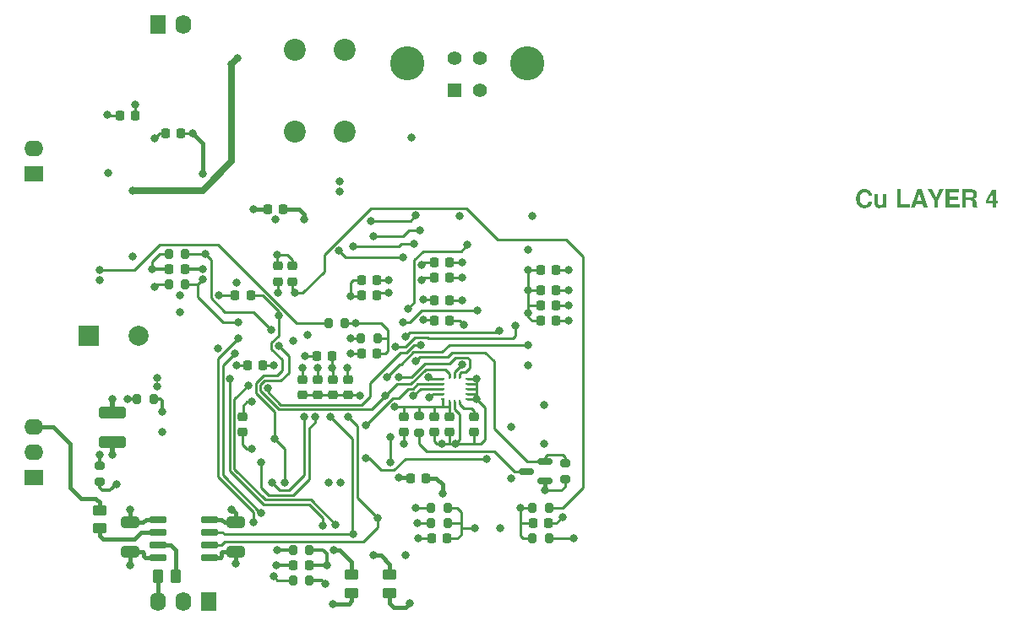
<source format=gbr>
%TF.GenerationSoftware,KiCad,Pcbnew,7.0.9-7.0.9~ubuntu22.04.1*%
%TF.CreationDate,2023-12-25T00:03:16-08:00*%
%TF.ProjectId,IMU-2X,494d552d-3258-42e6-9b69-6361645f7063,2*%
%TF.SameCoordinates,Original*%
%TF.FileFunction,Copper,L4,Bot*%
%TF.FilePolarity,Positive*%
%FSLAX46Y46*%
G04 Gerber Fmt 4.6, Leading zero omitted, Abs format (unit mm)*
G04 Created by KiCad (PCBNEW 7.0.9-7.0.9~ubuntu22.04.1) date 2023-12-25 00:03:16*
%MOMM*%
%LPD*%
G01*
G04 APERTURE LIST*
G04 Aperture macros list*
%AMRoundRect*
0 Rectangle with rounded corners*
0 $1 Rounding radius*
0 $2 $3 $4 $5 $6 $7 $8 $9 X,Y pos of 4 corners*
0 Add a 4 corners polygon primitive as box body*
4,1,4,$2,$3,$4,$5,$6,$7,$8,$9,$2,$3,0*
0 Add four circle primitives for the rounded corners*
1,1,$1+$1,$2,$3*
1,1,$1+$1,$4,$5*
1,1,$1+$1,$6,$7*
1,1,$1+$1,$8,$9*
0 Add four rect primitives between the rounded corners*
20,1,$1+$1,$2,$3,$4,$5,0*
20,1,$1+$1,$4,$5,$6,$7,0*
20,1,$1+$1,$6,$7,$8,$9,0*
20,1,$1+$1,$8,$9,$2,$3,0*%
G04 Aperture macros list end*
%ADD10C,0.300000*%
%TA.AperFunction,NonConductor*%
%ADD11C,0.300000*%
%TD*%
%TA.AperFunction,ComponentPad*%
%ADD12R,1.905000X1.600200*%
%TD*%
%TA.AperFunction,ComponentPad*%
%ADD13O,1.905000X1.600200*%
%TD*%
%TA.AperFunction,ComponentPad*%
%ADD14C,2.200000*%
%TD*%
%TA.AperFunction,ComponentPad*%
%ADD15R,1.600200X1.905000*%
%TD*%
%TA.AperFunction,ComponentPad*%
%ADD16O,1.600200X1.905000*%
%TD*%
%TA.AperFunction,ComponentPad*%
%ADD17R,1.400000X1.400000*%
%TD*%
%TA.AperFunction,ComponentPad*%
%ADD18C,1.400000*%
%TD*%
%TA.AperFunction,ComponentPad*%
%ADD19C,3.429000*%
%TD*%
%TA.AperFunction,ComponentPad*%
%ADD20R,2.000000X2.000000*%
%TD*%
%TA.AperFunction,ComponentPad*%
%ADD21C,2.000000*%
%TD*%
%TA.AperFunction,SMDPad,CuDef*%
%ADD22RoundRect,0.225000X-0.250000X0.225000X-0.250000X-0.225000X0.250000X-0.225000X0.250000X0.225000X0*%
%TD*%
%TA.AperFunction,SMDPad,CuDef*%
%ADD23RoundRect,0.225000X0.225000X0.250000X-0.225000X0.250000X-0.225000X-0.250000X0.225000X-0.250000X0*%
%TD*%
%TA.AperFunction,SMDPad,CuDef*%
%ADD24RoundRect,0.150000X0.725000X0.150000X-0.725000X0.150000X-0.725000X-0.150000X0.725000X-0.150000X0*%
%TD*%
%TA.AperFunction,SMDPad,CuDef*%
%ADD25RoundRect,0.250000X0.450000X-0.262500X0.450000X0.262500X-0.450000X0.262500X-0.450000X-0.262500X0*%
%TD*%
%TA.AperFunction,SMDPad,CuDef*%
%ADD26RoundRect,0.225000X-0.225000X-0.250000X0.225000X-0.250000X0.225000X0.250000X-0.225000X0.250000X0*%
%TD*%
%TA.AperFunction,SMDPad,CuDef*%
%ADD27RoundRect,0.250000X-0.650000X0.325000X-0.650000X-0.325000X0.650000X-0.325000X0.650000X0.325000X0*%
%TD*%
%TA.AperFunction,SMDPad,CuDef*%
%ADD28RoundRect,0.200000X0.200000X0.275000X-0.200000X0.275000X-0.200000X-0.275000X0.200000X-0.275000X0*%
%TD*%
%TA.AperFunction,SMDPad,CuDef*%
%ADD29RoundRect,0.200000X0.275000X-0.200000X0.275000X0.200000X-0.275000X0.200000X-0.275000X-0.200000X0*%
%TD*%
%TA.AperFunction,SMDPad,CuDef*%
%ADD30RoundRect,0.250000X-0.450000X0.262500X-0.450000X-0.262500X0.450000X-0.262500X0.450000X0.262500X0*%
%TD*%
%TA.AperFunction,SMDPad,CuDef*%
%ADD31RoundRect,0.200000X-0.200000X-0.275000X0.200000X-0.275000X0.200000X0.275000X-0.200000X0.275000X0*%
%TD*%
%TA.AperFunction,SMDPad,CuDef*%
%ADD32RoundRect,0.250000X-0.262500X-0.450000X0.262500X-0.450000X0.262500X0.450000X-0.262500X0.450000X0*%
%TD*%
%TA.AperFunction,SMDPad,CuDef*%
%ADD33RoundRect,0.225000X0.250000X-0.225000X0.250000X0.225000X-0.250000X0.225000X-0.250000X-0.225000X0*%
%TD*%
%TA.AperFunction,SMDPad,CuDef*%
%ADD34RoundRect,0.200000X-0.275000X0.200000X-0.275000X-0.200000X0.275000X-0.200000X0.275000X0.200000X0*%
%TD*%
%TA.AperFunction,SMDPad,CuDef*%
%ADD35RoundRect,0.150000X0.587500X0.150000X-0.587500X0.150000X-0.587500X-0.150000X0.587500X-0.150000X0*%
%TD*%
%TA.AperFunction,SMDPad,CuDef*%
%ADD36R,0.350000X0.250000*%
%TD*%
%TA.AperFunction,SMDPad,CuDef*%
%ADD37R,0.250000X0.350000*%
%TD*%
%TA.AperFunction,SMDPad,CuDef*%
%ADD38RoundRect,0.250000X-1.100000X0.325000X-1.100000X-0.325000X1.100000X-0.325000X1.100000X0.325000X0*%
%TD*%
%TA.AperFunction,ViaPad*%
%ADD39C,0.812800*%
%TD*%
%TA.AperFunction,Conductor*%
%ADD40C,0.254000*%
%TD*%
%TA.AperFunction,Conductor*%
%ADD41C,0.381000*%
%TD*%
%TA.AperFunction,Conductor*%
%ADD42C,0.304800*%
%TD*%
%TA.AperFunction,Conductor*%
%ADD43C,0.508000*%
%TD*%
%TA.AperFunction,Conductor*%
%ADD44C,0.635000*%
%TD*%
G04 APERTURE END LIST*
D10*
D11*
G36*
X214698400Y-90567224D02*
G01*
X214693760Y-90547053D01*
X214688631Y-90527521D01*
X214683015Y-90508630D01*
X214676911Y-90490380D01*
X214670320Y-90472770D01*
X214663240Y-90455800D01*
X214655673Y-90439471D01*
X214647619Y-90423781D01*
X214630046Y-90394324D01*
X214610523Y-90367429D01*
X214589049Y-90343095D01*
X214565624Y-90321322D01*
X214540249Y-90302111D01*
X214512922Y-90285462D01*
X214483645Y-90271374D01*
X214452417Y-90259847D01*
X214419238Y-90250882D01*
X214401917Y-90247360D01*
X214384109Y-90244478D01*
X214365813Y-90242237D01*
X214347028Y-90240636D01*
X214327757Y-90239675D01*
X214307997Y-90239355D01*
X214280532Y-90240020D01*
X214253830Y-90242015D01*
X214227891Y-90245340D01*
X214202716Y-90249995D01*
X214178303Y-90255979D01*
X214154655Y-90263294D01*
X214131769Y-90271938D01*
X214109647Y-90281913D01*
X214088289Y-90293217D01*
X214067693Y-90305852D01*
X214047861Y-90319816D01*
X214028793Y-90335110D01*
X214010488Y-90351734D01*
X213992946Y-90369689D01*
X213976167Y-90388973D01*
X213960152Y-90409586D01*
X213945007Y-90431330D01*
X213930839Y-90454112D01*
X213917648Y-90477932D01*
X213905435Y-90502790D01*
X213894198Y-90528687D01*
X213883939Y-90555621D01*
X213874656Y-90583594D01*
X213866351Y-90612605D01*
X213859023Y-90642654D01*
X213852672Y-90673741D01*
X213847298Y-90705866D01*
X213842901Y-90739030D01*
X213839481Y-90773232D01*
X213838137Y-90790722D01*
X213837038Y-90808471D01*
X213836183Y-90826481D01*
X213835573Y-90844749D01*
X213835206Y-90863278D01*
X213835084Y-90882065D01*
X213835202Y-90900557D01*
X213835557Y-90918795D01*
X213836149Y-90936778D01*
X213836977Y-90954506D01*
X213838042Y-90971980D01*
X213840882Y-91006165D01*
X213844668Y-91039332D01*
X213849401Y-91071481D01*
X213855080Y-91102612D01*
X213861706Y-91132726D01*
X213869279Y-91161821D01*
X213877798Y-91189899D01*
X213887263Y-91216959D01*
X213897675Y-91243001D01*
X213909034Y-91268026D01*
X213921339Y-91292033D01*
X213934591Y-91315021D01*
X213948790Y-91336992D01*
X213956244Y-91347596D01*
X213971818Y-91367895D01*
X213988142Y-91386884D01*
X214005215Y-91404563D01*
X214023039Y-91420933D01*
X214041612Y-91435993D01*
X214060935Y-91449743D01*
X214081008Y-91462184D01*
X214101831Y-91473316D01*
X214123403Y-91483137D01*
X214145725Y-91491650D01*
X214168797Y-91498852D01*
X214192619Y-91504745D01*
X214217190Y-91509329D01*
X214242512Y-91512603D01*
X214268583Y-91514567D01*
X214295404Y-91515222D01*
X214317007Y-91514851D01*
X214338063Y-91513736D01*
X214358574Y-91511879D01*
X214378538Y-91509278D01*
X214397956Y-91505935D01*
X214416828Y-91501848D01*
X214435154Y-91497019D01*
X214452933Y-91491446D01*
X214470166Y-91485131D01*
X214486853Y-91478072D01*
X214502994Y-91470271D01*
X214518588Y-91461726D01*
X214533636Y-91452439D01*
X214548138Y-91442408D01*
X214562094Y-91431635D01*
X214575504Y-91420118D01*
X214588299Y-91407918D01*
X214600413Y-91395094D01*
X214611845Y-91381645D01*
X214622594Y-91367572D01*
X214632662Y-91352875D01*
X214642048Y-91337554D01*
X214650752Y-91321608D01*
X214658774Y-91305038D01*
X214666114Y-91287844D01*
X214672772Y-91270026D01*
X214678748Y-91251583D01*
X214684043Y-91232516D01*
X214688655Y-91212825D01*
X214692585Y-91192510D01*
X214695834Y-91171570D01*
X214698400Y-91150006D01*
X215063616Y-91150006D01*
X215062316Y-91169422D01*
X215060639Y-91188586D01*
X215058587Y-91207498D01*
X215056159Y-91226158D01*
X215053356Y-91244567D01*
X215050176Y-91262723D01*
X215046621Y-91280628D01*
X215042690Y-91298280D01*
X215038384Y-91315681D01*
X215033701Y-91332830D01*
X215028643Y-91349726D01*
X215023209Y-91366371D01*
X215017400Y-91382764D01*
X215004654Y-91414795D01*
X214990404Y-91445817D01*
X214974652Y-91475833D01*
X214957397Y-91504840D01*
X214938639Y-91532840D01*
X214918378Y-91559832D01*
X214896613Y-91585817D01*
X214873346Y-91610794D01*
X214848576Y-91634763D01*
X214835628Y-91646370D01*
X214822391Y-91657671D01*
X214808899Y-91668614D01*
X214781148Y-91689423D01*
X214752376Y-91708797D01*
X214737608Y-91717946D01*
X214722584Y-91726736D01*
X214707304Y-91735167D01*
X214691769Y-91743239D01*
X214675979Y-91750953D01*
X214659934Y-91758308D01*
X214643634Y-91765304D01*
X214627078Y-91771942D01*
X214610267Y-91778220D01*
X214593200Y-91784140D01*
X214575878Y-91789701D01*
X214558301Y-91794903D01*
X214540469Y-91799747D01*
X214522381Y-91804231D01*
X214504038Y-91808357D01*
X214485440Y-91812124D01*
X214466586Y-91815533D01*
X214447477Y-91818582D01*
X214428113Y-91821273D01*
X214408494Y-91823605D01*
X214388619Y-91825579D01*
X214368489Y-91827193D01*
X214348104Y-91828449D01*
X214327463Y-91829346D01*
X214306567Y-91829884D01*
X214285416Y-91830063D01*
X214261820Y-91829813D01*
X214238532Y-91829062D01*
X214215551Y-91827811D01*
X214192877Y-91826060D01*
X214170510Y-91823808D01*
X214148450Y-91821056D01*
X214126696Y-91817803D01*
X214105250Y-91814050D01*
X214084111Y-91809796D01*
X214063280Y-91805042D01*
X214042755Y-91799788D01*
X214022537Y-91794033D01*
X214002626Y-91787778D01*
X213983022Y-91781022D01*
X213963725Y-91773766D01*
X213944736Y-91766009D01*
X213926053Y-91757752D01*
X213907677Y-91748995D01*
X213889609Y-91739737D01*
X213871847Y-91729979D01*
X213854393Y-91719720D01*
X213837245Y-91708961D01*
X213820405Y-91697702D01*
X213803871Y-91685942D01*
X213787645Y-91673682D01*
X213771726Y-91660921D01*
X213756113Y-91647660D01*
X213740808Y-91633898D01*
X213725810Y-91619636D01*
X213711119Y-91604874D01*
X213696735Y-91589611D01*
X213682657Y-91573848D01*
X213668951Y-91557654D01*
X213655681Y-91541101D01*
X213642845Y-91524189D01*
X213630444Y-91506917D01*
X213618478Y-91489285D01*
X213606948Y-91471294D01*
X213595853Y-91452943D01*
X213585192Y-91434232D01*
X213574967Y-91415162D01*
X213565177Y-91395732D01*
X213555822Y-91375942D01*
X213546903Y-91355793D01*
X213538418Y-91335284D01*
X213530368Y-91314416D01*
X213522754Y-91293188D01*
X213515575Y-91271600D01*
X213508830Y-91249653D01*
X213502521Y-91227346D01*
X213496647Y-91204679D01*
X213491208Y-91181653D01*
X213486204Y-91158267D01*
X213481636Y-91134522D01*
X213477502Y-91110417D01*
X213473804Y-91085952D01*
X213470540Y-91061128D01*
X213467712Y-91035944D01*
X213465319Y-91010401D01*
X213463361Y-90984497D01*
X213461838Y-90958235D01*
X213460750Y-90931612D01*
X213460098Y-90904630D01*
X213459880Y-90877289D01*
X213460100Y-90849785D01*
X213460759Y-90822644D01*
X213461857Y-90795865D01*
X213463395Y-90769449D01*
X213465372Y-90743394D01*
X213467789Y-90717702D01*
X213470644Y-90692372D01*
X213473939Y-90667403D01*
X213477674Y-90642798D01*
X213481848Y-90618554D01*
X213486461Y-90594672D01*
X213491514Y-90571153D01*
X213497005Y-90547996D01*
X213502937Y-90525201D01*
X213509307Y-90502768D01*
X213516117Y-90480697D01*
X213523367Y-90458989D01*
X213531055Y-90437642D01*
X213539183Y-90416658D01*
X213547751Y-90396036D01*
X213556757Y-90375776D01*
X213566204Y-90355879D01*
X213576089Y-90336343D01*
X213586414Y-90317170D01*
X213597178Y-90298359D01*
X213608381Y-90279910D01*
X213620024Y-90261823D01*
X213632106Y-90244098D01*
X213644628Y-90226736D01*
X213657589Y-90209735D01*
X213670989Y-90193097D01*
X213684829Y-90176821D01*
X213699071Y-90160978D01*
X213713626Y-90145637D01*
X213728493Y-90130800D01*
X213743672Y-90116465D01*
X213759163Y-90102634D01*
X213774966Y-90089305D01*
X213791081Y-90076479D01*
X213807508Y-90064157D01*
X213824248Y-90052337D01*
X213841299Y-90041020D01*
X213858663Y-90030207D01*
X213876339Y-90019896D01*
X213894327Y-90010088D01*
X213912627Y-90000783D01*
X213931240Y-89991981D01*
X213950164Y-89983682D01*
X213969401Y-89975886D01*
X213988949Y-89968593D01*
X214008810Y-89961803D01*
X214028983Y-89955516D01*
X214049468Y-89949732D01*
X214070265Y-89944451D01*
X214091374Y-89939673D01*
X214112796Y-89935398D01*
X214134529Y-89931625D01*
X214156575Y-89928356D01*
X214178933Y-89925590D01*
X214201603Y-89923326D01*
X214224585Y-89921566D01*
X214247879Y-89920309D01*
X214271485Y-89919554D01*
X214295404Y-89919303D01*
X214315456Y-89919471D01*
X214335281Y-89919978D01*
X214354879Y-89920822D01*
X214374250Y-89922003D01*
X214393393Y-89923522D01*
X214412309Y-89925379D01*
X214430997Y-89927573D01*
X214449459Y-89930105D01*
X214467693Y-89932974D01*
X214485699Y-89936181D01*
X214503479Y-89939726D01*
X214521031Y-89943608D01*
X214538356Y-89947828D01*
X214555453Y-89952385D01*
X214572323Y-89957280D01*
X214588966Y-89962512D01*
X214621570Y-89973989D01*
X214653264Y-89986817D01*
X214684049Y-90000995D01*
X214713925Y-90016523D01*
X214742892Y-90033402D01*
X214770950Y-90051631D01*
X214798098Y-90071210D01*
X214824337Y-90092140D01*
X214849465Y-90114199D01*
X214873171Y-90137276D01*
X214895456Y-90161371D01*
X214916319Y-90186483D01*
X214935761Y-90212614D01*
X214953782Y-90239762D01*
X214970380Y-90267928D01*
X214985557Y-90297112D01*
X214999313Y-90327314D01*
X215011647Y-90358533D01*
X215022560Y-90390771D01*
X215032051Y-90424026D01*
X215036263Y-90441035D01*
X215040120Y-90458299D01*
X215043622Y-90475817D01*
X215046768Y-90493589D01*
X215049559Y-90511616D01*
X215051995Y-90529898D01*
X215054075Y-90548434D01*
X215055800Y-90567224D01*
X214698400Y-90567224D01*
G37*
G36*
X216524914Y-91772741D02*
G01*
X216174897Y-91772741D01*
X216174897Y-91612497D01*
X216156317Y-91638843D01*
X216136838Y-91663489D01*
X216116460Y-91686436D01*
X216095183Y-91707682D01*
X216073007Y-91727229D01*
X216049931Y-91745077D01*
X216025957Y-91761224D01*
X216001083Y-91775672D01*
X215975311Y-91788420D01*
X215948639Y-91799468D01*
X215921068Y-91808817D01*
X215892599Y-91816465D01*
X215863230Y-91822415D01*
X215832962Y-91826664D01*
X215801795Y-91829213D01*
X215769729Y-91830063D01*
X215743234Y-91829585D01*
X215717489Y-91828150D01*
X215692493Y-91825758D01*
X215668247Y-91822409D01*
X215644751Y-91818104D01*
X215622005Y-91812842D01*
X215600008Y-91806623D01*
X215578762Y-91799448D01*
X215558265Y-91791315D01*
X215538518Y-91782226D01*
X215519520Y-91772181D01*
X215501273Y-91761178D01*
X215483775Y-91749219D01*
X215467027Y-91736303D01*
X215451029Y-91722430D01*
X215435780Y-91707601D01*
X215421372Y-91691901D01*
X215407893Y-91675418D01*
X215395343Y-91658151D01*
X215383723Y-91640100D01*
X215373033Y-91621266D01*
X215363272Y-91601647D01*
X215354441Y-91581245D01*
X215346539Y-91560060D01*
X215339567Y-91538090D01*
X215333525Y-91515337D01*
X215328412Y-91491801D01*
X215324229Y-91467480D01*
X215320975Y-91442376D01*
X215318651Y-91416488D01*
X215317257Y-91389817D01*
X215316792Y-91362361D01*
X215316792Y-90422180D01*
X215667243Y-90422180D01*
X215667243Y-91289839D01*
X215668122Y-91319235D01*
X215670758Y-91346735D01*
X215675151Y-91372337D01*
X215681302Y-91396044D01*
X215689211Y-91417854D01*
X215698876Y-91437767D01*
X215710300Y-91455784D01*
X215723480Y-91471904D01*
X215738418Y-91486128D01*
X215755114Y-91498455D01*
X215773566Y-91508886D01*
X215793777Y-91517421D01*
X215815744Y-91524058D01*
X215839469Y-91528800D01*
X215864952Y-91531644D01*
X215892192Y-91532593D01*
X215915688Y-91531955D01*
X215938298Y-91530043D01*
X215960023Y-91526856D01*
X215980863Y-91522394D01*
X216000817Y-91516658D01*
X216019886Y-91509646D01*
X216038069Y-91501360D01*
X216055366Y-91491799D01*
X216071778Y-91480963D01*
X216087305Y-91468853D01*
X216097164Y-91460071D01*
X216111056Y-91446053D01*
X216123581Y-91431195D01*
X216134740Y-91415498D01*
X216144533Y-91398962D01*
X216152959Y-91381585D01*
X216160019Y-91363369D01*
X216165712Y-91344313D01*
X216170039Y-91324417D01*
X216173000Y-91303682D01*
X216174594Y-91282107D01*
X216174897Y-91267257D01*
X216174897Y-90422180D01*
X216524914Y-90422180D01*
X216524914Y-91772741D01*
G37*
G36*
X217946259Y-89949267D02*
G01*
X217946259Y-91460071D01*
X218819130Y-91460071D01*
X218819130Y-91772741D01*
X217571055Y-91772741D01*
X217571055Y-89949267D01*
X217946259Y-89949267D01*
G37*
G36*
X220630009Y-91772741D02*
G01*
X220244818Y-91772741D01*
X220124961Y-91404919D01*
X219441864Y-91404919D01*
X219319401Y-91772741D01*
X218936815Y-91772741D01*
X219178447Y-91092249D01*
X219546956Y-91092249D01*
X220022040Y-91092249D01*
X219784498Y-90379622D01*
X219546956Y-91092249D01*
X219178447Y-91092249D01*
X219584302Y-89949267D01*
X219999893Y-89949267D01*
X220630009Y-91772741D01*
G37*
G36*
X221650964Y-91097460D02*
G01*
X221650964Y-91772741D01*
X221275760Y-91772741D01*
X221275760Y-91097460D01*
X220670396Y-89949267D01*
X221088158Y-89949267D01*
X221460756Y-90754826D01*
X221808167Y-89949267D01*
X222228534Y-89949267D01*
X221650964Y-91097460D01*
G37*
G36*
X222820436Y-90987157D02*
G01*
X222820436Y-91460071D01*
X223808386Y-91460071D01*
X223808386Y-91772741D01*
X222445232Y-91772741D01*
X222445232Y-89949267D01*
X223763223Y-89949267D01*
X223763223Y-90261937D01*
X222820436Y-90261937D01*
X222820436Y-90674487D01*
X223693306Y-90674487D01*
X223693306Y-90987157D01*
X222820436Y-90987157D01*
G37*
G36*
X225095988Y-89949453D02*
G01*
X225121487Y-89950433D01*
X225146299Y-89952252D01*
X225170423Y-89954911D01*
X225193861Y-89958410D01*
X225216611Y-89962749D01*
X225238675Y-89967927D01*
X225260051Y-89973944D01*
X225280740Y-89980802D01*
X225300743Y-89988499D01*
X225320058Y-89997036D01*
X225338591Y-90006178D01*
X225356246Y-90015855D01*
X225373024Y-90026066D01*
X225388923Y-90036812D01*
X225403945Y-90048092D01*
X225418088Y-90059906D01*
X225431354Y-90072254D01*
X225443742Y-90085137D01*
X225455252Y-90098554D01*
X225465884Y-90112506D01*
X225472485Y-90122104D01*
X225484848Y-90141456D01*
X225496315Y-90160862D01*
X225506887Y-90180322D01*
X225516563Y-90199837D01*
X225525343Y-90219406D01*
X225533228Y-90239029D01*
X225540216Y-90258707D01*
X225546310Y-90278439D01*
X225551602Y-90298191D01*
X225556189Y-90318147D01*
X225560070Y-90338306D01*
X225563246Y-90358669D01*
X225565716Y-90379236D01*
X225567480Y-90400006D01*
X225568539Y-90420979D01*
X225568891Y-90442156D01*
X225568591Y-90462579D01*
X225567689Y-90482590D01*
X225566185Y-90502192D01*
X225564081Y-90521382D01*
X225561375Y-90540162D01*
X225558067Y-90558532D01*
X225554158Y-90576491D01*
X225549648Y-90594040D01*
X225544537Y-90611178D01*
X225538824Y-90627906D01*
X225532510Y-90644223D01*
X225518077Y-90675626D01*
X225501239Y-90705386D01*
X225481996Y-90733505D01*
X225460347Y-90759981D01*
X225436293Y-90784816D01*
X225423364Y-90796617D01*
X225409833Y-90808008D01*
X225395702Y-90818989D01*
X225380968Y-90829559D01*
X225365634Y-90839718D01*
X225349698Y-90849467D01*
X225333161Y-90858805D01*
X225316022Y-90867733D01*
X225298282Y-90876250D01*
X225279941Y-90884357D01*
X225260998Y-90892054D01*
X225277385Y-90898825D01*
X225296323Y-90906794D01*
X225313543Y-90914211D01*
X225331940Y-90922384D01*
X225347863Y-90929763D01*
X225361313Y-90936348D01*
X225377653Y-90945739D01*
X225392038Y-90956183D01*
X225406507Y-90968704D01*
X225418975Y-90981091D01*
X225427321Y-90990197D01*
X225439230Y-91003943D01*
X225451116Y-91019323D01*
X225460841Y-91033997D01*
X225469309Y-91049902D01*
X225472485Y-91057508D01*
X225478130Y-91075611D01*
X225482364Y-91093286D01*
X225485893Y-91110696D01*
X225489421Y-91130546D01*
X225492244Y-91148181D01*
X225495067Y-91167377D01*
X225497747Y-91187319D01*
X225500142Y-91207193D01*
X225502252Y-91227000D01*
X225504078Y-91246738D01*
X225505618Y-91266409D01*
X225506873Y-91286012D01*
X225507843Y-91305547D01*
X225508529Y-91325015D01*
X225509180Y-91345615D01*
X225509832Y-91368549D01*
X225510320Y-91387282D01*
X225510809Y-91407328D01*
X225511297Y-91428687D01*
X225511786Y-91451358D01*
X225512274Y-91475343D01*
X225512763Y-91500640D01*
X225513089Y-91518235D01*
X225513414Y-91536413D01*
X225513740Y-91555174D01*
X225514446Y-91574349D01*
X225516564Y-91592462D01*
X225520095Y-91609514D01*
X225526999Y-91630599D01*
X225536414Y-91649798D01*
X225548339Y-91667111D01*
X225562775Y-91682538D01*
X225579721Y-91696078D01*
X225594079Y-91704995D01*
X225594079Y-91772741D01*
X225191082Y-91772741D01*
X225182763Y-91756537D01*
X225175177Y-91740496D01*
X225166725Y-91720675D01*
X225159418Y-91701107D01*
X225153256Y-91681794D01*
X225148239Y-91662736D01*
X225145050Y-91647673D01*
X225141797Y-91627291D01*
X225139592Y-91608604D01*
X225137740Y-91587800D01*
X225136240Y-91564879D01*
X225135347Y-91546299D01*
X225134652Y-91526528D01*
X225134156Y-91505566D01*
X225133858Y-91483414D01*
X225133759Y-91460071D01*
X225133793Y-91441798D01*
X225133931Y-91420388D01*
X225134175Y-91400568D01*
X225134525Y-91382339D01*
X225135084Y-91362563D01*
X225135797Y-91345077D01*
X225135930Y-91342385D01*
X225136946Y-91324244D01*
X225137801Y-91304682D01*
X225138330Y-91286368D01*
X225138536Y-91267257D01*
X225138051Y-91246319D01*
X225136597Y-91226494D01*
X225134173Y-91207785D01*
X225130780Y-91190189D01*
X225124748Y-91168462D01*
X225116993Y-91148717D01*
X225107513Y-91130953D01*
X225096311Y-91115170D01*
X225083385Y-91101369D01*
X225068647Y-91089257D01*
X225051792Y-91078760D01*
X225032820Y-91069878D01*
X225011731Y-91062611D01*
X224994525Y-91058220D01*
X224976128Y-91054738D01*
X224956541Y-91052164D01*
X224935762Y-91050499D01*
X224913793Y-91049742D01*
X224906205Y-91049691D01*
X224475850Y-91049691D01*
X224475850Y-91772741D01*
X224100646Y-91772741D01*
X224100646Y-90261937D01*
X224475850Y-90261937D01*
X224475850Y-90737021D01*
X224928352Y-90737021D01*
X224952680Y-90736605D01*
X224975833Y-90735357D01*
X224997810Y-90733277D01*
X225018611Y-90730365D01*
X225038237Y-90726621D01*
X225056688Y-90722044D01*
X225073962Y-90716636D01*
X225095167Y-90708131D01*
X225114281Y-90698146D01*
X225127245Y-90689687D01*
X225142818Y-90676191D01*
X225156314Y-90659587D01*
X225167734Y-90639875D01*
X225174936Y-90623052D01*
X225180970Y-90604481D01*
X225185836Y-90584162D01*
X225189535Y-90562094D01*
X225192065Y-90538279D01*
X225193428Y-90512716D01*
X225193688Y-90494702D01*
X225193115Y-90469230D01*
X225191398Y-90445415D01*
X225188535Y-90423256D01*
X225184527Y-90402754D01*
X225179375Y-90383908D01*
X225173077Y-90366718D01*
X225162899Y-90346376D01*
X225150685Y-90328978D01*
X225136436Y-90314525D01*
X225128548Y-90308403D01*
X225111171Y-90297513D01*
X225091608Y-90288074D01*
X225069861Y-90280088D01*
X225052117Y-90275051D01*
X225033144Y-90270831D01*
X225012942Y-90267427D01*
X224991511Y-90264841D01*
X224968850Y-90263071D01*
X224944961Y-90262118D01*
X224928352Y-90261937D01*
X224475850Y-90261937D01*
X224100646Y-90261937D01*
X224100646Y-89949267D01*
X225078608Y-89949267D01*
X225095988Y-89949453D01*
G37*
G36*
X227508314Y-91090078D02*
G01*
X227693744Y-91090078D01*
X227693744Y-91380166D01*
X227508314Y-91380166D01*
X227508314Y-91772741D01*
X227158297Y-91772741D01*
X227158297Y-91380166D01*
X226447841Y-91380166D01*
X226447841Y-91090078D01*
X226695372Y-91090078D01*
X227158297Y-91090078D01*
X227158297Y-90331853D01*
X226695372Y-91090078D01*
X226447841Y-91090078D01*
X226447841Y-91084867D01*
X227095763Y-89999207D01*
X227508314Y-89999207D01*
X227508314Y-91090078D01*
G37*
D12*
%TO.P,J5,1,Pin_1*%
%TO.N,GND2*%
X131064000Y-118872000D03*
D13*
%TO.P,J5,2,Pin_2*%
%TO.N,/PWM-Heading/5V_RATE*%
X131064000Y-116332000D03*
%TO.P,J5,3,Pin_3*%
%TO.N,Net-(J5-Pin_3)*%
X131064000Y-113792000D03*
%TD*%
D14*
%TO.P,J2,1,Pin_1*%
%TO.N,/V_{BAT}*%
X162178500Y-75910500D03*
%TO.P,J2,2,Pin_2*%
%TO.N,GND*%
X157178500Y-75910500D03*
%TO.P,J2,3,Pin_3*%
%TO.N,/V_{BAT}*%
X162178500Y-84110500D03*
%TO.P,J2,4,Pin_4*%
%TO.N,GND*%
X157178500Y-84110500D03*
%TD*%
D15*
%TO.P,J7,1,Pin_1*%
%TO.N,GND2*%
X148590000Y-131318000D03*
D16*
%TO.P,J7,2,Pin_2*%
%TO.N,/PWM-Heading/5V_HDG*%
X146050000Y-131318000D03*
%TO.P,J7,3,Pin_3*%
%TO.N,Net-(J7-Pin_3)*%
X143510000Y-131318000D03*
%TD*%
D15*
%TO.P,J1,1,Pin_1*%
%TO.N,/CAN_L*%
X143510000Y-73406000D03*
D16*
%TO.P,J1,2,Pin_2*%
%TO.N,/CAN_H*%
X146050000Y-73406000D03*
%TD*%
D17*
%TO.P,J3,1,VBUS*%
%TO.N,Net-(J3-VBUS)*%
X173228000Y-80010000D03*
D18*
%TO.P,J3,2,D-*%
%TO.N,/USB_D-*%
X175728000Y-80010000D03*
%TO.P,J3,3,D+*%
%TO.N,/USB_D+*%
X175728000Y-76810000D03*
%TO.P,J3,4,GND*%
%TO.N,GND*%
X173228000Y-76810000D03*
D19*
%TO.P,J3,5,Shield*%
X180498000Y-77300000D03*
X168458000Y-77300000D03*
%TD*%
D12*
%TO.P,J4,1,Pin_1*%
%TO.N,/CAN_L*%
X131064000Y-88392000D03*
D13*
%TO.P,J4,2,Pin_2*%
%TO.N,/CAN_H*%
X131064000Y-85852000D03*
%TD*%
D20*
%TO.P,C5,1*%
%TO.N,/Power Supply/V_{BAT_MON}*%
X136570323Y-104648000D03*
D21*
%TO.P,C5,2*%
%TO.N,GND*%
X141570323Y-104648000D03*
%TD*%
D22*
%TO.P,C32,1*%
%TO.N,Net-(U7-VREF+{slash}VREFBUF_OUT)*%
X157937200Y-109029200D03*
%TO.P,C32,2*%
%TO.N,GND*%
X157937200Y-110579200D03*
%TD*%
D23*
%TO.P,C10,1*%
%TO.N,+5V*%
X145809000Y-84328000D03*
%TO.P,C10,2*%
%TO.N,GND*%
X144259000Y-84328000D03*
%TD*%
%TO.P,C23,1*%
%TO.N,+3V3*%
X183401000Y-101600000D03*
%TO.P,C23,2*%
%TO.N,GND*%
X181851000Y-101600000D03*
%TD*%
D24*
%TO.P,U13,1,VDD1*%
%TO.N,+3V3*%
X148625000Y-123063000D03*
%TO.P,U13,2*%
%TO.N,/PWM_RATE*%
X148625000Y-124333000D03*
%TO.P,U13,3*%
%TO.N,/PWM_HEADING*%
X148625000Y-125603000D03*
%TO.P,U13,4,GND1*%
%TO.N,GND*%
X148625000Y-126873000D03*
%TO.P,U13,5,GND2*%
%TO.N,GND2*%
X143475000Y-126873000D03*
%TO.P,U13,6*%
%TO.N,Net-(R23-Pad2)*%
X143475000Y-125603000D03*
%TO.P,U13,7*%
%TO.N,Net-(R19-Pad2)*%
X143475000Y-124333000D03*
%TO.P,U13,8,VDD2*%
%TO.N,/PWM-Heading/5V_ISO*%
X143475000Y-123063000D03*
%TD*%
D25*
%TO.P,R25,1*%
%TO.N,Net-(D7-KA)*%
X166725600Y-130452500D03*
%TO.P,R25,2*%
%TO.N,+3V3*%
X166725600Y-128627500D03*
%TD*%
D23*
%TO.P,C24,1*%
%TO.N,+3V3*%
X183401000Y-103124000D03*
%TO.P,C24,2*%
%TO.N,GND*%
X181851000Y-103124000D03*
%TD*%
%TO.P,C27,1*%
%TO.N,+3V3*%
X160947400Y-106680000D03*
%TO.P,C27,2*%
%TO.N,GND*%
X159397400Y-106680000D03*
%TD*%
%TO.P,C21,1*%
%TO.N,/~{T_NRST}*%
X152794000Y-100584000D03*
%TO.P,C21,2*%
%TO.N,GND*%
X151244000Y-100584000D03*
%TD*%
D26*
%TO.P,C17,1*%
%TO.N,+3V3*%
X171183000Y-98806000D03*
%TO.P,C17,2*%
%TO.N,GND*%
X172733000Y-98806000D03*
%TD*%
%TO.P,C18,1*%
%TO.N,+3V3*%
X163918600Y-99085400D03*
%TO.P,C18,2*%
%TO.N,GND*%
X165468600Y-99085400D03*
%TD*%
D27*
%TO.P,C41,1*%
%TO.N,+3V3*%
X151257000Y-123366000D03*
%TO.P,C41,2*%
%TO.N,GND*%
X151257000Y-126316000D03*
%TD*%
D28*
%TO.P,R12,1*%
%TO.N,Net-(U7-PA8{slash}ADC5_IN1)*%
X165493200Y-104902000D03*
%TO.P,R12,2*%
%TO.N,GND*%
X163843200Y-104902000D03*
%TD*%
D29*
%TO.P,R16,1*%
%TO.N,GND*%
X137668000Y-119316000D03*
%TO.P,R16,2*%
%TO.N,Net-(U9-EN)*%
X137668000Y-117666000D03*
%TD*%
D28*
%TO.P,R18,1*%
%TO.N,Net-(C43-Pad1)*%
X172529000Y-121920000D03*
%TO.P,R18,2*%
%TO.N,/~{T_NRST}*%
X170879000Y-121920000D03*
%TD*%
D22*
%TO.P,C37,1*%
%TO.N,+3V3*%
X151990000Y-112745000D03*
%TO.P,C37,2*%
%TO.N,GND*%
X151990000Y-114295000D03*
%TD*%
D26*
%TO.P,C9,1*%
%TO.N,+3V3*%
X139687000Y-82550000D03*
%TO.P,C9,2*%
%TO.N,GND*%
X141237000Y-82550000D03*
%TD*%
D25*
%TO.P,R26,1*%
%TO.N,Net-(D6-KA)*%
X162915600Y-130452500D03*
%TO.P,R26,2*%
%TO.N,Net-(R26-Pad2)*%
X162915600Y-128627500D03*
%TD*%
D30*
%TO.P,R19,1*%
%TO.N,Net-(J5-Pin_3)*%
X137668000Y-122125100D03*
%TO.P,R19,2*%
%TO.N,Net-(R19-Pad2)*%
X137668000Y-123950100D03*
%TD*%
D26*
%TO.P,C12,1*%
%TO.N,+3V3*%
X171183000Y-97282000D03*
%TO.P,C12,2*%
%TO.N,GND*%
X172733000Y-97282000D03*
%TD*%
D23*
%TO.P,C40,1*%
%TO.N,+3V3*%
X182639000Y-123444000D03*
%TO.P,C40,2*%
%TO.N,Net-(C40-Pad2)*%
X181089000Y-123444000D03*
%TD*%
D26*
%TO.P,C13,1*%
%TO.N,+3V3*%
X144640000Y-97917000D03*
%TO.P,C13,2*%
%TO.N,GND*%
X146190000Y-97917000D03*
%TD*%
D22*
%TO.P,C34,1*%
%TO.N,Net-(U10-VCCB)*%
X172720000Y-112763000D03*
%TO.P,C34,2*%
%TO.N,GND*%
X172720000Y-114313000D03*
%TD*%
D31*
%TO.P,R9,1*%
%TO.N,+3V3*%
X144590000Y-96393000D03*
%TO.P,R9,2*%
%TO.N,/LED1_RED*%
X146240000Y-96393000D03*
%TD*%
D32*
%TO.P,R23,1*%
%TO.N,Net-(J7-Pin_3)*%
X143486500Y-128778000D03*
%TO.P,R23,2*%
%TO.N,Net-(R23-Pad2)*%
X145311500Y-128778000D03*
%TD*%
D33*
%TO.P,C16,1*%
%TO.N,+3V3*%
X155498800Y-99200000D03*
%TO.P,C16,2*%
%TO.N,GND*%
X155498800Y-97650000D03*
%TD*%
D28*
%TO.P,R13,1*%
%TO.N,GND*%
X143065000Y-110998000D03*
%TO.P,R13,2*%
%TO.N,Net-(U9-FB)*%
X141415000Y-110998000D03*
%TD*%
D22*
%TO.P,C35,1*%
%TO.N,Net-(U10-VCCB)*%
X171196000Y-112763000D03*
%TO.P,C35,2*%
%TO.N,GND*%
X171196000Y-114313000D03*
%TD*%
D27*
%TO.P,C42,1*%
%TO.N,/PWM-Heading/5V_ISO*%
X140716000Y-123366000D03*
%TO.P,C42,2*%
%TO.N,GND2*%
X140716000Y-126316000D03*
%TD*%
D29*
%TO.P,R15,1*%
%TO.N,+3V3*%
X184277000Y-119062000D03*
%TO.P,R15,2*%
%TO.N,/TDK_PWR_EN*%
X184277000Y-117412000D03*
%TD*%
D31*
%TO.P,R24,1*%
%TO.N,/LED2_GRN*%
X157036000Y-129159000D03*
%TO.P,R24,2*%
%TO.N,GND*%
X158686000Y-129159000D03*
%TD*%
D34*
%TO.P,R14,1*%
%TO.N,Net-(U10-VCCB)*%
X169672000Y-112713000D03*
%TO.P,R14,2*%
%TO.N,Net-(Q1-D)*%
X169672000Y-114363000D03*
%TD*%
D22*
%TO.P,C33,1*%
%TO.N,Net-(U12-REGOUT)*%
X175133000Y-112763000D03*
%TO.P,C33,2*%
%TO.N,GND*%
X175133000Y-114313000D03*
%TD*%
D35*
%TO.P,Q1,1,G*%
%TO.N,/TDK_PWR_EN*%
X182293500Y-117287000D03*
%TO.P,Q1,2,S*%
%TO.N,+3V3*%
X182293500Y-119187000D03*
%TO.P,Q1,3,D*%
%TO.N,Net-(Q1-D)*%
X180418500Y-118237000D03*
%TD*%
D22*
%TO.P,C29,1*%
%TO.N,+3V3*%
X162509200Y-109029200D03*
%TO.P,C29,2*%
%TO.N,GND*%
X162509200Y-110579200D03*
%TD*%
D23*
%TO.P,C44,1*%
%TO.N,+3V3*%
X158636000Y-127635000D03*
%TO.P,C44,2*%
%TO.N,GND*%
X157086000Y-127635000D03*
%TD*%
%TO.P,C26,1*%
%TO.N,Net-(U7-PA8{slash}ADC5_IN1)*%
X165443200Y-106426000D03*
%TO.P,C26,2*%
%TO.N,GND*%
X163893200Y-106426000D03*
%TD*%
%TO.P,C28,1*%
%TO.N,+3V3*%
X154038600Y-107619800D03*
%TO.P,C28,2*%
%TO.N,GND*%
X152488600Y-107619800D03*
%TD*%
%TO.P,C19,1*%
%TO.N,Net-(U5-VDDD-UNO)*%
X183401000Y-100076000D03*
%TO.P,C19,2*%
%TO.N,GND*%
X181851000Y-100076000D03*
%TD*%
D26*
%TO.P,C39,1*%
%TO.N,+3V3*%
X168785000Y-118940000D03*
%TO.P,C39,2*%
%TO.N,GND*%
X170335000Y-118940000D03*
%TD*%
D28*
%TO.P,R20,1*%
%TO.N,Net-(C43-Pad1)*%
X172529000Y-123444000D03*
%TO.P,R20,2*%
%TO.N,+3V3*%
X170879000Y-123444000D03*
%TD*%
D31*
%TO.P,R21,1*%
%TO.N,Net-(C40-Pad2)*%
X181039000Y-124968000D03*
%TO.P,R21,2*%
%TO.N,GND*%
X182689000Y-124968000D03*
%TD*%
D28*
%TO.P,R22,1*%
%TO.N,+3V3*%
X158686000Y-126111000D03*
%TO.P,R22,2*%
%TO.N,/LED2_RED*%
X157036000Y-126111000D03*
%TD*%
D36*
%TO.P,U12,1,VDDIO*%
%TO.N,Net-(U10-VCCB)*%
X172003000Y-110982000D03*
%TO.P,U12,2,SCL/SPC*%
%TO.N,/SCK_TDK*%
X172003000Y-110482000D03*
%TO.P,U12,3,SDA/SDI*%
%TO.N,/MOSI_TDK*%
X172003000Y-109982000D03*
%TO.P,U12,4,SA0/SDO*%
%TO.N,/MISO_TDK*%
X172003000Y-109482000D03*
%TO.P,U12,5,~{CS}*%
%TO.N,/~{CS_TDK}*%
X172003000Y-108982000D03*
D37*
%TO.P,U12,6,INT*%
%TO.N,/INT_TDK*%
X172728000Y-108757000D03*
%TO.P,U12,7,RESV*%
%TO.N,GND*%
X173228000Y-108757000D03*
%TO.P,U12,8,FSYNC*%
%TO.N,/FSYNC_TDK*%
X173728000Y-108757000D03*
D36*
%TO.P,U12,9,RESV*%
%TO.N,GND*%
X174453000Y-108982000D03*
%TO.P,U12,10,RESV*%
X174453000Y-109482000D03*
%TO.P,U12,11,RESV*%
X174453000Y-109982000D03*
%TO.P,U12,12,RESV*%
X174453000Y-110482000D03*
%TO.P,U12,13,GND*%
X174453000Y-110982000D03*
D37*
%TO.P,U12,14,REGOUT*%
%TO.N,Net-(U12-REGOUT)*%
X173728000Y-111207000D03*
%TO.P,U12,15,RESV*%
%TO.N,GND*%
X173228000Y-111207000D03*
%TO.P,U12,16,VDD*%
%TO.N,Net-(U10-VCCB)*%
X172728000Y-111207000D03*
%TD*%
D26*
%TO.P,C11,1*%
%TO.N,Net-(U3-VOUT)*%
X154469800Y-91948000D03*
%TO.P,C11,2*%
%TO.N,GND*%
X156019800Y-91948000D03*
%TD*%
D33*
%TO.P,C15,1*%
%TO.N,Net-(U7-PB8{slash}BOOT0)*%
X156972000Y-99200000D03*
%TO.P,C15,2*%
%TO.N,GND*%
X156972000Y-97650000D03*
%TD*%
D22*
%TO.P,C36,1*%
%TO.N,Net-(U10-VCCB)*%
X168148000Y-112763000D03*
%TO.P,C36,2*%
%TO.N,GND*%
X168148000Y-114313000D03*
%TD*%
D23*
%TO.P,C43,1*%
%TO.N,Net-(C43-Pad1)*%
X172479000Y-124968000D03*
%TO.P,C43,2*%
%TO.N,GND*%
X170929000Y-124968000D03*
%TD*%
D38*
%TO.P,C38,1*%
%TO.N,GND*%
X138938000Y-112317000D03*
%TO.P,C38,2*%
%TO.N,/Power Supply/V_{BAT_MON}*%
X138938000Y-115267000D03*
%TD*%
D26*
%TO.P,C25,1*%
%TO.N,Net-(U5-VDDA-UNO)*%
X171183000Y-103124000D03*
%TO.P,C25,2*%
%TO.N,GND*%
X172733000Y-103124000D03*
%TD*%
D28*
%TO.P,R10,1*%
%TO.N,/LED1_GRN*%
X146240000Y-99441000D03*
%TO.P,R10,2*%
%TO.N,GND*%
X144590000Y-99441000D03*
%TD*%
D31*
%TO.P,R11,1*%
%TO.N,/Power Supply/V_{BAT_MON}*%
X160592000Y-103378000D03*
%TO.P,R11,2*%
%TO.N,Net-(U7-PA8{slash}ADC5_IN1)*%
X162242000Y-103378000D03*
%TD*%
D22*
%TO.P,C30,1*%
%TO.N,+3V3*%
X160985200Y-109029200D03*
%TO.P,C30,2*%
%TO.N,GND*%
X160985200Y-110579200D03*
%TD*%
D26*
%TO.P,C22,1*%
%TO.N,Net-(U5-VDDD-DUE)*%
X171170000Y-101092000D03*
%TO.P,C22,2*%
%TO.N,GND*%
X172720000Y-101092000D03*
%TD*%
D31*
%TO.P,R17,1*%
%TO.N,Net-(C40-Pad2)*%
X181039000Y-121920000D03*
%TO.P,R17,2*%
%TO.N,Net-(U7-PB8{slash}BOOT0)*%
X182689000Y-121920000D03*
%TD*%
D22*
%TO.P,C31,1*%
%TO.N,Net-(U7-VREF+{slash}VREFBUF_OUT)*%
X159461200Y-109029200D03*
%TO.P,C31,2*%
%TO.N,GND*%
X159461200Y-110579200D03*
%TD*%
D23*
%TO.P,C14,1*%
%TO.N,Net-(U5-VDDA-DUE)*%
X183401000Y-98044000D03*
%TO.P,C14,2*%
%TO.N,GND*%
X181851000Y-98044000D03*
%TD*%
D26*
%TO.P,C20,1*%
%TO.N,+3V3*%
X163918600Y-100609400D03*
%TO.P,C20,2*%
%TO.N,GND*%
X165468600Y-100609400D03*
%TD*%
D39*
%TO.N,+3V3*%
X184023000Y-122809000D03*
X169895020Y-99060000D03*
X161823400Y-119405400D03*
X169494200Y-123444000D03*
X145669000Y-102235000D03*
X160401000Y-127635000D03*
X145669000Y-100584000D03*
X150876000Y-122047000D03*
X184658000Y-101600000D03*
X161671000Y-90170000D03*
X184658000Y-103124000D03*
X155524200Y-100304600D03*
X160959800Y-107873800D03*
X162814000Y-100634800D03*
X152908000Y-111252000D03*
X161671000Y-89154000D03*
X167670000Y-118900000D03*
X165074600Y-126669800D03*
X155092400Y-107619800D03*
X177800000Y-123952000D03*
X143383000Y-109728000D03*
X138430000Y-82423000D03*
X138500000Y-88265000D03*
X143383000Y-108839000D03*
X182245000Y-120142000D03*
X142875000Y-97917000D03*
X169926000Y-97536000D03*
X162483800Y-107899200D03*
%TO.N,GND*%
X140970000Y-96647000D03*
X143129000Y-84836000D03*
X143891000Y-112268000D03*
X173990000Y-101092000D03*
X162788600Y-106400600D03*
X160274000Y-129540000D03*
X168910000Y-84709000D03*
X173736000Y-92583000D03*
X180975000Y-92583000D03*
X175420000Y-108990000D03*
X138938000Y-110998000D03*
X173294877Y-115473980D03*
X162788600Y-104876600D03*
X168148000Y-115473980D03*
X174000900Y-107548920D03*
X168325800Y-126695200D03*
X180594000Y-100076000D03*
X158115000Y-92964000D03*
X180594000Y-96012000D03*
X151257000Y-127508000D03*
X178880000Y-113820000D03*
X185166000Y-124968000D03*
X143891000Y-114300000D03*
X175420000Y-110998000D03*
X171958000Y-115473980D03*
X172008800Y-120472200D03*
X149606000Y-100584000D03*
X151358600Y-107619800D03*
X166598600Y-100330000D03*
X182190000Y-115470000D03*
X155321000Y-127635000D03*
X180594000Y-98044000D03*
X155244800Y-92964000D03*
X182200000Y-111570000D03*
X147955000Y-97917000D03*
X152908000Y-115951000D03*
X141224000Y-81407000D03*
X139333170Y-119521170D03*
X163733980Y-110617000D03*
X173990000Y-97282000D03*
X149504753Y-105892953D03*
X151384000Y-99314000D03*
X180594000Y-102362000D03*
X173990000Y-98806000D03*
X169545000Y-124968000D03*
X166573200Y-99085400D03*
X143129000Y-99695000D03*
X178860000Y-118950000D03*
X174117000Y-103505000D03*
X180594000Y-107569000D03*
X155448000Y-96520000D03*
X160619998Y-119408001D03*
X158267400Y-106654600D03*
%TO.N,+5V*%
X146939000Y-84328000D03*
X147955000Y-88392000D03*
%TO.N,/V_{BAT}*%
X151474497Y-76744503D03*
X150876000Y-77343000D03*
X140970000Y-90043000D03*
%TO.N,/Power Supply/V_{BAT_MON}*%
X137668000Y-99060000D03*
X137668000Y-98044000D03*
X138938000Y-116586000D03*
%TO.N,/T_SWDIO*%
X152527000Y-109601000D03*
X161290000Y-123571000D03*
X158496000Y-104521000D03*
%TO.N,/T_SWCLK*%
X157061502Y-105118502D03*
X150718020Y-108966000D03*
X160020000Y-123672600D03*
%TO.N,/~{T_NRST}*%
X156210000Y-119380000D03*
X155591490Y-102599510D03*
X155194000Y-114935000D03*
X169341800Y-121920000D03*
%TO.N,/T_VCP_RX*%
X153797000Y-117348000D03*
X159273693Y-112798569D03*
%TO.N,/T_VCP_TX*%
X154940000Y-119380000D03*
X158115000Y-112744520D03*
%TO.N,/SCK_TDK*%
X170650000Y-110850000D03*
%TO.N,/~{CS_TDK}*%
X170612037Y-108763037D03*
%TO.N,/TDK_PWR_EN*%
X169291353Y-107188353D03*
%TO.N,/LED1_RED*%
X154813000Y-104013000D03*
X148209000Y-96393000D03*
%TO.N,/LED1_GRN*%
X151511000Y-103275900D03*
X147955000Y-98933000D03*
%TO.N,/LED2_RED*%
X151231600Y-106400600D03*
X155448000Y-126111000D03*
X153822400Y-122402600D03*
%TO.N,/LED2_GRN*%
X153091380Y-123367800D03*
X155067000Y-128778000D03*
X151511000Y-104902000D03*
%TO.N,/MOSI_TDK*%
X169051707Y-110678493D03*
%TO.N,/MISO_TDK*%
X164320000Y-113639600D03*
%TO.N,/INT_TDK*%
X166250490Y-110675290D03*
X155569004Y-105652177D03*
%TO.N,/FSYNC_TDK*%
X167609194Y-108768380D03*
%TO.N,/MOSI_DUE*%
X164846000Y-93091000D03*
X169350000Y-92552020D03*
%TO.N,/~{CS_DUE}*%
X169775000Y-94025000D03*
X165100000Y-94615000D03*
%TO.N,/SCK_DUE*%
X169164000Y-95377000D03*
X163068000Y-95631000D03*
%TO.N,/MISO_DUE*%
X161598590Y-96066590D03*
X168021000Y-96743520D03*
%TO.N,/~{RESET_UNO}*%
X169849300Y-105537000D03*
X154482300Y-109855000D03*
%TO.N,/MOSI_UNO*%
X168029910Y-103259910D03*
X175514000Y-102108000D03*
%TO.N,/~{CS_UNO}*%
X180594000Y-105537000D03*
X166435014Y-108791166D03*
%TO.N,/SCK_UNO*%
X177673000Y-104140000D03*
X168329590Y-104702590D03*
%TO.N,/MISO_UNO*%
X179324000Y-103632000D03*
X167250090Y-105782090D03*
%TO.N,/~{RESET_DUE}*%
X168550000Y-101900000D03*
X174498000Y-95504000D03*
%TO.N,/~{CS_TDK_ST}*%
X176403000Y-116967000D03*
X164331420Y-116942600D03*
%TO.N,/MOSI_TDK_ST*%
X166770000Y-117346480D03*
X166770000Y-114800000D03*
%TO.N,Net-(U3-VOUT)*%
X153035000Y-91948000D03*
%TO.N,/PWM-Heading/5V_ISO*%
X140690600Y-122047000D03*
%TO.N,GND2*%
X140741400Y-127660400D03*
%TO.N,Net-(R26-Pad2)*%
X161137600Y-126111000D03*
%TO.N,/PWM_RATE*%
X160782000Y-112776000D03*
X163068000Y-124567180D03*
%TO.N,/PWM_HEADING*%
X162560000Y-112744520D03*
X165506400Y-122910600D03*
%TO.N,Net-(U5-VDDA-DUE)*%
X184658000Y-98044000D03*
%TO.N,Net-(U7-PB8{slash}BOOT0)*%
X157226000Y-100330000D03*
%TO.N,Net-(U5-VDDD-UNO)*%
X184658000Y-100076000D03*
%TO.N,Net-(U5-VDDD-DUE)*%
X170053000Y-100965000D03*
%TO.N,Net-(U5-VDDA-UNO)*%
X170053000Y-102997000D03*
%TO.N,Net-(U7-PA8{slash}ADC5_IN1)*%
X163322000Y-103378000D03*
%TO.N,Net-(U7-VREF+{slash}VREFBUF_OUT)*%
X157937200Y-107873800D03*
X159461200Y-107873800D03*
%TO.N,Net-(U10-VCCB)*%
X167246210Y-111747210D03*
%TO.N,Net-(C40-Pad2)*%
X179832000Y-121920000D03*
%TO.N,Net-(C43-Pad1)*%
X175224000Y-123952000D03*
%TO.N,Net-(D6-KA)*%
X161061400Y-131572000D03*
%TO.N,Net-(D7-KA)*%
X168706800Y-131470400D03*
%TO.N,Net-(U9-FB)*%
X140462000Y-110998000D03*
%TO.N,Net-(U9-EN)*%
X137668000Y-116586000D03*
%TD*%
D40*
%TO.N,+3V3*%
X155524200Y-100304600D02*
X155524200Y-99225400D01*
X163893200Y-100634800D02*
X163918600Y-100609400D01*
X138430000Y-82423000D02*
X138557000Y-82550000D01*
X142875000Y-97155000D02*
X142875000Y-97917000D01*
D41*
X150163000Y-123366000D02*
X151257000Y-123366000D01*
X168745000Y-118900000D02*
X168785000Y-118940000D01*
D40*
X160985200Y-107899200D02*
X160959800Y-107873800D01*
X162483800Y-107899200D02*
X162483800Y-109029200D01*
X183388000Y-123444000D02*
X184023000Y-122809000D01*
X160985200Y-109029200D02*
X160985200Y-107899200D01*
X162814000Y-99339400D02*
X162814000Y-100634800D01*
D41*
X149860000Y-123063000D02*
X150163000Y-123366000D01*
D40*
X183896000Y-120142000D02*
X182245000Y-120142000D01*
X160959800Y-107873800D02*
X160959800Y-106692400D01*
X152908000Y-111252000D02*
X152400000Y-111252000D01*
D42*
X160401000Y-126492000D02*
X160401000Y-127635000D01*
D40*
X138557000Y-82550000D02*
X139687000Y-82550000D01*
X143637000Y-96393000D02*
X142875000Y-97155000D01*
X184277000Y-119062000D02*
X184277000Y-119761000D01*
D41*
X165074600Y-126669800D02*
X165811200Y-126669800D01*
D40*
X184658000Y-103124000D02*
X183401000Y-103124000D01*
X155524200Y-99225400D02*
X155498800Y-99200000D01*
D41*
X148625000Y-123063000D02*
X149860000Y-123063000D01*
X182293500Y-119187000D02*
X182293500Y-120093500D01*
D40*
X170180000Y-97282000D02*
X169926000Y-97536000D01*
D42*
X144640000Y-97917000D02*
X142875000Y-97917000D01*
X158686000Y-126111000D02*
X160020000Y-126111000D01*
D40*
X169494200Y-123444000D02*
X170879000Y-123444000D01*
X171183000Y-97282000D02*
X170180000Y-97282000D01*
X163918600Y-99085400D02*
X163068000Y-99085400D01*
D41*
X166725600Y-127584200D02*
X166725600Y-128627500D01*
D40*
X163068000Y-99085400D02*
X162814000Y-99339400D01*
X169895020Y-99060000D02*
X170149020Y-98806000D01*
X184277000Y-119761000D02*
X183896000Y-120142000D01*
X160959800Y-106692400D02*
X160947400Y-106680000D01*
X152019000Y-111633000D02*
X152019000Y-112716000D01*
D42*
X160020000Y-126111000D02*
X160401000Y-126492000D01*
D40*
X152400000Y-111252000D02*
X152019000Y-111633000D01*
X144590000Y-96393000D02*
X143637000Y-96393000D01*
D41*
X165811200Y-126669800D02*
X166725600Y-127584200D01*
D40*
X152019000Y-112716000D02*
X151990000Y-112745000D01*
D42*
X158636000Y-127635000D02*
X160401000Y-127635000D01*
D40*
X182639000Y-123444000D02*
X183388000Y-123444000D01*
X154038600Y-107619800D02*
X155092400Y-107619800D01*
D41*
X182293500Y-120093500D02*
X182245000Y-120142000D01*
D40*
X170149020Y-98806000D02*
X171183000Y-98806000D01*
D41*
X167670000Y-118900000D02*
X168745000Y-118900000D01*
D40*
X184658000Y-101600000D02*
X183401000Y-101600000D01*
D41*
X151257000Y-122428000D02*
X150876000Y-122047000D01*
X151257000Y-123366000D02*
X151257000Y-122428000D01*
D40*
X162814000Y-100634800D02*
X163893200Y-100634800D01*
%TO.N,GND*%
X162814000Y-106426000D02*
X162788600Y-106400600D01*
D41*
X172008800Y-119557800D02*
X171391000Y-118940000D01*
D40*
X175420000Y-108990000D02*
X175420000Y-109474000D01*
X151990000Y-115541000D02*
X152400000Y-115951000D01*
X174453000Y-109482000D02*
X175412000Y-109482000D01*
X172720000Y-115357020D02*
X172593000Y-115484020D01*
X172733000Y-98806000D02*
X173990000Y-98806000D01*
D41*
X171391000Y-118940000D02*
X170335000Y-118940000D01*
D40*
X141237000Y-81420000D02*
X141224000Y-81407000D01*
D41*
X149733000Y-126873000D02*
X148625000Y-126873000D01*
D40*
X158292800Y-106680000D02*
X158267400Y-106654600D01*
X165748000Y-100330000D02*
X165468600Y-100609400D01*
X180594000Y-98044000D02*
X180594000Y-100076000D01*
D43*
X138938000Y-110998000D02*
X138938000Y-112317000D01*
D40*
X156972000Y-97650000D02*
X156972000Y-97028000D01*
X156464000Y-96520000D02*
X155448000Y-96520000D01*
X175864020Y-115473980D02*
X176276000Y-115062000D01*
X173228000Y-111207000D02*
X173228000Y-112018013D01*
X144259000Y-84328000D02*
X143637000Y-84328000D01*
X172720000Y-114313000D02*
X172720000Y-115357020D01*
X162814000Y-104902000D02*
X162788600Y-104876600D01*
D41*
X149860000Y-126365000D02*
X149860000Y-126746000D01*
D40*
X175412000Y-110482000D02*
X175420000Y-110490000D01*
X180594000Y-100076000D02*
X181851000Y-100076000D01*
X175133000Y-114313000D02*
X175133000Y-115473980D01*
X174000900Y-107548920D02*
X173985840Y-107548920D01*
X180975000Y-103124000D02*
X181851000Y-103124000D01*
X170929000Y-124968000D02*
X169545000Y-124968000D01*
X141237000Y-82550000D02*
X141237000Y-81420000D01*
X163843200Y-104902000D02*
X162814000Y-104902000D01*
D41*
X149909000Y-126316000D02*
X149860000Y-126365000D01*
D40*
X155448000Y-97599200D02*
X155498800Y-97650000D01*
X180594000Y-102362000D02*
X180594000Y-102743000D01*
X151244000Y-100584000D02*
X149606000Y-100584000D01*
D42*
X146190000Y-97917000D02*
X147955000Y-97917000D01*
D40*
X151990000Y-114295000D02*
X151990000Y-115541000D01*
X173228000Y-108306760D02*
X173228000Y-108757000D01*
X174453000Y-110482000D02*
X175412000Y-110482000D01*
X171968040Y-115484020D02*
X171958000Y-115473980D01*
X173736000Y-112526013D02*
X173736000Y-115032857D01*
D42*
X159893000Y-129159000D02*
X160274000Y-129540000D01*
D40*
X159461200Y-110579200D02*
X160985200Y-110579200D01*
X176276000Y-111854000D02*
X175420000Y-110998000D01*
D42*
X139333170Y-119521170D02*
X138712340Y-120142000D01*
D40*
X172593000Y-115484020D02*
X171968040Y-115484020D01*
X175412000Y-109482000D02*
X175420000Y-109474000D01*
X159397400Y-106680000D02*
X158292800Y-106680000D01*
X157937200Y-110579200D02*
X159461200Y-110579200D01*
X175412000Y-108982000D02*
X175420000Y-108990000D01*
X174453000Y-108982000D02*
X175412000Y-108982000D01*
X173736000Y-103124000D02*
X172733000Y-103124000D01*
X163733980Y-110617000D02*
X163696180Y-110579200D01*
X173294877Y-115473980D02*
X175133000Y-115473980D01*
X166598600Y-100330000D02*
X165748000Y-100330000D01*
D42*
X155321000Y-127635000D02*
X157086000Y-127635000D01*
D40*
X160985200Y-110579200D02*
X162509200Y-110579200D01*
X173985840Y-107548920D02*
X173228000Y-108306760D01*
X165468600Y-99085400D02*
X166573200Y-99085400D01*
X151358600Y-107619800D02*
X152488600Y-107619800D01*
D42*
X143891000Y-111125000D02*
X143891000Y-112268000D01*
D40*
X181851000Y-101600000D02*
X180594000Y-101600000D01*
X171480980Y-115473980D02*
X171196000Y-115189000D01*
D42*
X137668000Y-119888000D02*
X137668000Y-119316000D01*
D41*
X172008800Y-120472200D02*
X172008800Y-119557800D01*
D42*
X143065000Y-110998000D02*
X143764000Y-110998000D01*
D40*
X180594000Y-102743000D02*
X180975000Y-103124000D01*
X174117000Y-103505000D02*
X173736000Y-103124000D01*
D42*
X158686000Y-129159000D02*
X159893000Y-129159000D01*
D40*
X168148000Y-114313000D02*
X168148000Y-115473980D01*
X175420000Y-109982000D02*
X175420000Y-110490000D01*
X175420000Y-109474000D02*
X175420000Y-109982000D01*
X180594000Y-98044000D02*
X181851000Y-98044000D01*
X175420000Y-110998000D02*
X175420000Y-110490000D01*
D41*
X158115000Y-92456000D02*
X158115000Y-92964000D01*
D40*
X175420000Y-110998000D02*
X175404000Y-110982000D01*
D41*
X156019800Y-91973400D02*
X157632400Y-91973400D01*
D42*
X143764000Y-110998000D02*
X143891000Y-111125000D01*
D40*
X155448000Y-96520000D02*
X155448000Y-97599200D01*
D41*
X149860000Y-126746000D02*
X149733000Y-126873000D01*
D40*
X163696180Y-110579200D02*
X162483800Y-110579200D01*
X171958000Y-115473980D02*
X171480980Y-115473980D01*
D41*
X151257000Y-126316000D02*
X151257000Y-127508000D01*
D40*
X176276000Y-115062000D02*
X176276000Y-111854000D01*
X172733000Y-97282000D02*
X173990000Y-97282000D01*
D42*
X137922000Y-120142000D02*
X137668000Y-119888000D01*
D40*
X175133000Y-115473980D02*
X175864020Y-115473980D01*
X174453000Y-109982000D02*
X175420000Y-109982000D01*
X143637000Y-84328000D02*
X143129000Y-84836000D01*
X175404000Y-110982000D02*
X174453000Y-110982000D01*
X173990000Y-101092000D02*
X172720000Y-101092000D01*
X156972000Y-97028000D02*
X156464000Y-96520000D01*
X144590000Y-99441000D02*
X143383000Y-99441000D01*
X173736000Y-115032857D02*
X173294877Y-115473980D01*
X173284837Y-115484020D02*
X172593000Y-115484020D01*
X180594000Y-101600000D02*
X180594000Y-102362000D01*
X173228000Y-112018013D02*
X173736000Y-112526013D01*
X163893200Y-106426000D02*
X162814000Y-106426000D01*
X180594000Y-100076000D02*
X180594000Y-102362000D01*
D41*
X157632400Y-91973400D02*
X158115000Y-92456000D01*
D42*
X138712340Y-120142000D02*
X137922000Y-120142000D01*
D40*
X143383000Y-99441000D02*
X143129000Y-99695000D01*
D41*
X151257000Y-126316000D02*
X149909000Y-126316000D01*
D40*
X182689000Y-124968000D02*
X185166000Y-124968000D01*
X173294877Y-115473980D02*
X173284837Y-115484020D01*
X152400000Y-115951000D02*
X152908000Y-115951000D01*
X171196000Y-115189000D02*
X171196000Y-114313000D01*
D41*
%TO.N,+5V*%
X147955000Y-85344000D02*
X146939000Y-84328000D01*
X147955000Y-88392000D02*
X147955000Y-85344000D01*
D40*
X145809000Y-84328000D02*
X146939000Y-84328000D01*
D44*
%TO.N,/V_{BAT}*%
X140970000Y-90043000D02*
X147955000Y-90043000D01*
X150876000Y-77343000D02*
X151474497Y-76744503D01*
X147955000Y-90043000D02*
X150876000Y-87122000D01*
X150876000Y-87122000D02*
X150876000Y-77343000D01*
D40*
%TO.N,/Power Supply/V_{BAT_MON}*%
X137668000Y-98044000D02*
X141097000Y-98044000D01*
X157403800Y-103378000D02*
X160592000Y-103378000D01*
X149529800Y-95504000D02*
X157403800Y-103378000D01*
X143637000Y-95504000D02*
X149529800Y-95504000D01*
X141097000Y-98044000D02*
X143637000Y-95504000D01*
D43*
X138938000Y-115267000D02*
X138938000Y-116586000D01*
D40*
%TO.N,Net-(U12-REGOUT)*%
X173728000Y-111207000D02*
X173728000Y-111493606D01*
X174879000Y-111887000D02*
X175133000Y-112141000D01*
X174121394Y-111887000D02*
X174879000Y-111887000D01*
X173728000Y-111493606D02*
X174121394Y-111887000D01*
X175133000Y-112141000D02*
X175133000Y-112763000D01*
%TO.N,/T_SWDIO*%
X151130000Y-110998000D02*
X152527000Y-109601000D01*
X158826200Y-121107200D02*
X154254200Y-121107200D01*
X154254200Y-121107200D02*
X151130000Y-117983000D01*
X161290000Y-123571000D02*
X158826200Y-121107200D01*
X151130000Y-117983000D02*
X151130000Y-110998000D01*
%TO.N,/T_SWCLK*%
X160020000Y-122940394D02*
X158638926Y-121559320D01*
X150677880Y-118170274D02*
X150677880Y-109006140D01*
X150677880Y-109006140D02*
X150718020Y-108966000D01*
X158638926Y-121559320D02*
X154066926Y-121559320D01*
X154066926Y-121559320D02*
X150677880Y-118170274D01*
X160020000Y-123672600D02*
X160020000Y-122940394D01*
%TO.N,/~{T_NRST}*%
X155397200Y-108610400D02*
X154052980Y-108610400D01*
X155591490Y-102599510D02*
X155575000Y-102616000D01*
X155194000Y-112268000D02*
X155194000Y-114935000D01*
X155194000Y-114935000D02*
X156210000Y-115951000D01*
X153970406Y-100584000D02*
X152794000Y-100584000D01*
X156210000Y-115951000D02*
X156210000Y-119380000D01*
X155591490Y-102205084D02*
X153970406Y-100584000D01*
X153298660Y-110372660D02*
X155194000Y-112268000D01*
X155575000Y-102616000D02*
X155575000Y-104611655D01*
X169341800Y-121920000D02*
X170879000Y-121920000D01*
X154837484Y-105967884D02*
X155905200Y-107035600D01*
X155905200Y-108102400D02*
X155397200Y-108610400D01*
X155575000Y-104611655D02*
X154837484Y-105349171D01*
X154052980Y-108610400D02*
X153298660Y-109364720D01*
X154837484Y-105349171D02*
X154837484Y-105967884D01*
X155591490Y-102599510D02*
X155591490Y-102205084D01*
X155905200Y-107035600D02*
X155905200Y-108102400D01*
X153298660Y-109364720D02*
X153298660Y-110372660D01*
%TO.N,/T_VCP_RX*%
X153797000Y-119888000D02*
X153797000Y-117348000D01*
X158623000Y-113919000D02*
X158623000Y-119067074D01*
X154559000Y-120650000D02*
X153797000Y-119888000D01*
X159273693Y-113268307D02*
X158623000Y-113919000D01*
X157040074Y-120650000D02*
X154559000Y-120650000D01*
X159273693Y-112798569D02*
X159273693Y-113268307D01*
X158623000Y-119067074D02*
X157040074Y-120650000D01*
%TO.N,/T_VCP_TX*%
X158115000Y-112744520D02*
X158115000Y-118643400D01*
X158115000Y-118643400D02*
X156646880Y-120111520D01*
X156646880Y-120111520D02*
X155671520Y-120111520D01*
X155671520Y-120111520D02*
X154940000Y-119380000D01*
%TO.N,/SCK_TDK*%
X170700000Y-110850000D02*
X171068000Y-110482000D01*
X171068000Y-110482000D02*
X172003000Y-110482000D01*
X170650000Y-110850000D02*
X170700000Y-110850000D01*
%TO.N,/~{CS_TDK}*%
X170612037Y-108763037D02*
X170831000Y-108982000D01*
X170831000Y-108982000D02*
X172003000Y-108982000D01*
%TO.N,/TDK_PWR_EN*%
X184277000Y-116840000D02*
X184277000Y-117412000D01*
X182293500Y-116791500D02*
X182499000Y-116586000D01*
X184023000Y-116586000D02*
X184277000Y-116840000D01*
X172974000Y-106299000D02*
X176276000Y-106299000D01*
X182293500Y-117287000D02*
X182293500Y-116791500D01*
X180533000Y-117287000D02*
X182293500Y-117287000D01*
X182499000Y-116586000D02*
X184023000Y-116586000D01*
X169291353Y-107188353D02*
X169759066Y-106720640D01*
X176276000Y-106299000D02*
X177165000Y-107188000D01*
X169759066Y-106720640D02*
X172552360Y-106720640D01*
X177165000Y-113919000D02*
X180533000Y-117287000D01*
X172552360Y-106720640D02*
X172974000Y-106299000D01*
X177165000Y-107188000D02*
X177165000Y-113919000D01*
%TO.N,/LED1_RED*%
X153035000Y-102235000D02*
X150222474Y-102235000D01*
X148844000Y-100856526D02*
X148844000Y-97028000D01*
X148844000Y-97028000D02*
X148209000Y-96393000D01*
X148209000Y-96393000D02*
X146240000Y-96393000D01*
X150222474Y-102235000D02*
X148844000Y-100856526D01*
X154813000Y-104013000D02*
X153035000Y-102235000D01*
%TO.N,/LED1_GRN*%
X147447000Y-100711000D02*
X147447000Y-99441000D01*
X146240000Y-99441000D02*
X147447000Y-99441000D01*
X151511000Y-103275900D02*
X150011900Y-103275900D01*
X147447000Y-99441000D02*
X147955000Y-98933000D01*
X150011900Y-103275900D02*
X147447000Y-100711000D01*
%TO.N,/LED2_RED*%
X149987000Y-118618000D02*
X149987000Y-107645200D01*
X153822400Y-122402600D02*
X153771600Y-122402600D01*
X153771600Y-122402600D02*
X149987000Y-118618000D01*
X149987000Y-107645200D02*
X151231600Y-106400600D01*
D42*
X157036000Y-126111000D02*
X155448000Y-126111000D01*
D40*
%TO.N,/LED2_GRN*%
X151511000Y-104927710D02*
X149534880Y-106903830D01*
X153091380Y-122361774D02*
X153091380Y-123367800D01*
X149534880Y-118805274D02*
X153091380Y-122361774D01*
X151511000Y-104902000D02*
X151511000Y-104927710D01*
X155448000Y-129159000D02*
X157036000Y-129159000D01*
X149534880Y-106903830D02*
X149534880Y-118805274D01*
X155067000Y-128778000D02*
X155448000Y-129159000D01*
%TO.N,/MOSI_TDK*%
X169106901Y-110678493D02*
X169803394Y-109982000D01*
X169803394Y-109982000D02*
X172003000Y-109982000D01*
X169051707Y-110678493D02*
X169106901Y-110678493D01*
%TO.N,/MISO_TDK*%
X169033675Y-109946973D02*
X169486091Y-109494557D01*
X169486091Y-109494557D02*
X170915043Y-109494557D01*
X167614600Y-110921800D02*
X168589427Y-109946973D01*
X164320000Y-113639600D02*
X167037800Y-110921800D01*
X170915043Y-109494557D02*
X170927600Y-109482000D01*
X167037800Y-110921800D02*
X167614600Y-110921800D01*
X168589427Y-109946973D02*
X169033675Y-109946973D01*
X170927600Y-109482000D02*
X172003000Y-109482000D01*
%TO.N,/INT_TDK*%
X167426380Y-109499400D02*
X164912280Y-112013500D01*
X170321254Y-108020000D02*
X168846401Y-109494853D01*
X172728000Y-108757000D02*
X172728000Y-108448000D01*
X168397606Y-109499400D02*
X167426380Y-109499400D01*
X153750780Y-110158006D02*
X153750780Y-109551994D01*
X153750780Y-109551994D02*
X154179294Y-109123480D01*
X172728000Y-108448000D02*
X172300000Y-108020000D01*
X154179294Y-109123480D02*
X155798520Y-109123480D01*
X168846401Y-109494853D02*
X168402153Y-109494853D01*
X164912280Y-112013500D02*
X155606274Y-112013500D01*
X155798520Y-109123480D02*
X156591000Y-108331000D01*
X155606274Y-112013500D02*
X153750780Y-110158006D01*
X172300000Y-108020000D02*
X170321254Y-108020000D01*
X168402153Y-109494853D02*
X168397606Y-109499400D01*
X156591000Y-108331000D02*
X156591000Y-106674173D01*
X156591000Y-106674173D02*
X155569004Y-105652177D01*
%TO.N,/FSYNC_TDK*%
X168933480Y-108768380D02*
X170251860Y-107450000D01*
X172712000Y-107450000D02*
X173344600Y-106817400D01*
X174303906Y-108280440D02*
X173893714Y-108280440D01*
X174732420Y-107041420D02*
X174732420Y-107851926D01*
X174732420Y-107851926D02*
X174303906Y-108280440D01*
X167609194Y-108768380D02*
X168933480Y-108768380D01*
X173344600Y-106817400D02*
X174508400Y-106817400D01*
X174508400Y-106817400D02*
X174732420Y-107041420D01*
X170251860Y-107450000D02*
X172712000Y-107450000D01*
X173893714Y-108280440D02*
X173728000Y-108446154D01*
X173728000Y-108446154D02*
X173728000Y-108757000D01*
%TO.N,/MOSI_DUE*%
X165989000Y-93091000D02*
X164846000Y-93091000D01*
X168802020Y-93100000D02*
X165998000Y-93100000D01*
X169350000Y-92552020D02*
X168802020Y-93100000D01*
X165998000Y-93100000D02*
X165989000Y-93091000D01*
%TO.N,/~{CS_DUE}*%
X168085000Y-94615000D02*
X165100000Y-94615000D01*
X168675000Y-94025000D02*
X168085000Y-94615000D01*
X169775000Y-94025000D02*
X168675000Y-94025000D01*
%TO.N,/SCK_DUE*%
X167894000Y-95377000D02*
X169164000Y-95377000D01*
X163068000Y-95631000D02*
X167640000Y-95631000D01*
X167640000Y-95631000D02*
X167894000Y-95377000D01*
%TO.N,/MISO_DUE*%
X161598590Y-96066590D02*
X162275520Y-96743520D01*
X162275520Y-96743520D02*
X168021000Y-96743520D01*
%TO.N,/~{RESET_UNO}*%
X163901620Y-111561380D02*
X164719000Y-110744000D01*
X155808180Y-111561380D02*
X163901620Y-111561380D01*
X154482300Y-109855000D02*
X154482300Y-110235500D01*
X164719000Y-109372400D02*
X167767000Y-106324400D01*
X164719000Y-110744000D02*
X164719000Y-109372400D01*
X168402000Y-106324400D02*
X169189400Y-105537000D01*
X167767000Y-106324400D02*
X168402000Y-106324400D01*
X154482300Y-110235500D02*
X155808180Y-111561380D01*
X169189400Y-105537000D02*
X169849300Y-105537000D01*
%TO.N,/MOSI_UNO*%
X168755564Y-103259910D02*
X169907474Y-102108000D01*
X169907474Y-102108000D02*
X175514000Y-102108000D01*
X168029910Y-103259910D02*
X168755564Y-103259910D01*
%TO.N,/~{CS_UNO}*%
X167741600Y-107492800D02*
X167872994Y-107492800D01*
X167872994Y-107492800D02*
X169097274Y-106268520D01*
X166435014Y-108791166D02*
X166443234Y-108791166D01*
X172720000Y-105537000D02*
X180594000Y-105537000D01*
X166443234Y-108791166D02*
X167741600Y-107492800D01*
X169097274Y-106268520D02*
X171988480Y-106268520D01*
X171988480Y-106268520D02*
X172720000Y-105537000D01*
%TO.N,/SCK_UNO*%
X168329590Y-104702590D02*
X168765180Y-104267000D01*
X177546000Y-104267000D02*
X177673000Y-104140000D01*
X168765180Y-104267000D02*
X177546000Y-104267000D01*
%TO.N,/MISO_UNO*%
X170561000Y-104897420D02*
X170469060Y-104805480D01*
X179324000Y-104648000D02*
X179074580Y-104897420D01*
X169260520Y-104805480D02*
X168283910Y-105782090D01*
X179074580Y-104897420D02*
X170561000Y-104897420D01*
X168283910Y-105782090D02*
X167250090Y-105782090D01*
X170469060Y-104805480D02*
X169260520Y-104805480D01*
X179324000Y-103632000D02*
X179324000Y-104648000D01*
%TO.N,/~{RESET_DUE}*%
X169164000Y-97028000D02*
X170053000Y-96139000D01*
X168550000Y-101900000D02*
X169164000Y-101286000D01*
X169164000Y-101286000D02*
X169164000Y-97028000D01*
X173863000Y-96139000D02*
X174498000Y-95504000D01*
X170053000Y-96139000D02*
X173863000Y-96139000D01*
%TO.N,/~{CS_TDK_ST}*%
X164331420Y-116942600D02*
X164694600Y-116942600D01*
X168275000Y-116967000D02*
X176403000Y-116967000D01*
X167132000Y-118110000D02*
X168275000Y-116967000D01*
X165862000Y-118110000D02*
X167132000Y-118110000D01*
X164694600Y-116942600D02*
X165862000Y-118110000D01*
%TO.N,/MOSI_TDK_ST*%
X166770000Y-114800000D02*
X166770000Y-117346480D01*
D41*
%TO.N,Net-(U3-VOUT)*%
X154444400Y-91948000D02*
X153035000Y-91948000D01*
X154469800Y-91973400D02*
X154444400Y-91948000D01*
D40*
%TO.N,Net-(Q1-D)*%
X179197000Y-118237000D02*
X177165000Y-116205000D01*
X177165000Y-116205000D02*
X177154460Y-116215540D01*
X169672000Y-115443000D02*
X169672000Y-114363000D01*
X177154460Y-116215540D02*
X170444540Y-116215540D01*
X170444540Y-116215540D02*
X169672000Y-115443000D01*
X180418500Y-118237000D02*
X179197000Y-118237000D01*
D41*
%TO.N,/PWM-Heading/5V_ISO*%
X140690600Y-123340600D02*
X140716000Y-123366000D01*
X141986000Y-123367800D02*
X140717800Y-123367800D01*
X143475000Y-123063000D02*
X142290800Y-123063000D01*
X142290800Y-123063000D02*
X141986000Y-123367800D01*
X140690600Y-122047000D02*
X140690600Y-123340600D01*
X140717800Y-123367800D02*
X140716000Y-123366000D01*
%TO.N,GND2*%
X142189200Y-126873000D02*
X143475000Y-126873000D01*
X141937000Y-126316000D02*
X142087600Y-126466600D01*
X142087600Y-126466600D02*
X142087600Y-126771400D01*
X140741400Y-127660400D02*
X140741400Y-126341400D01*
X140716000Y-126316000D02*
X141937000Y-126316000D01*
X140741400Y-126341400D02*
X140716000Y-126316000D01*
X142087600Y-126771400D02*
X142189200Y-126873000D01*
%TO.N,Net-(J7-Pin_3)*%
X143510000Y-131318000D02*
X143510000Y-128801500D01*
X143510000Y-128801500D02*
X143486500Y-128778000D01*
%TO.N,Net-(R26-Pad2)*%
X161671000Y-126111000D02*
X162915600Y-127355600D01*
X161137600Y-126111000D02*
X161671000Y-126111000D01*
X162915600Y-127355600D02*
X162915600Y-128627500D01*
D40*
%TO.N,/PWM_RATE*%
X150164800Y-124561600D02*
X161975800Y-124561600D01*
X149936200Y-124333000D02*
X150164800Y-124561600D01*
X163068000Y-124567180D02*
X162966400Y-124465580D01*
X161975800Y-124561600D02*
X161981380Y-124567180D01*
X162966400Y-114960400D02*
X160782000Y-112776000D01*
X148625000Y-124333000D02*
X149936200Y-124333000D01*
X161981380Y-124567180D02*
X163068000Y-124567180D01*
X162966400Y-124465580D02*
X162966400Y-114960400D01*
%TO.N,/PWM_HEADING*%
X164058600Y-125298200D02*
X165506400Y-123850400D01*
X149885400Y-125603000D02*
X150190200Y-125298200D01*
X150190200Y-125298200D02*
X164058600Y-125298200D01*
X163499800Y-113684320D02*
X162560000Y-112744520D01*
X163499800Y-120904000D02*
X163499800Y-113684320D01*
X148625000Y-125603000D02*
X149885400Y-125603000D01*
X165506400Y-123850400D02*
X165506400Y-122910600D01*
X165506400Y-122910600D02*
X163499800Y-120904000D01*
%TO.N,Net-(U5-VDDA-DUE)*%
X184658000Y-98044000D02*
X183401000Y-98044000D01*
%TO.N,Net-(U7-PB8{slash}BOOT0)*%
X164809654Y-91821000D02*
X174371000Y-91821000D01*
X184404000Y-94996000D02*
X186055000Y-96647000D01*
X160147000Y-96483654D02*
X164809654Y-91821000D01*
X177546000Y-94996000D02*
X184404000Y-94996000D01*
X186055000Y-96647000D02*
X186055000Y-119888000D01*
X157988000Y-100330000D02*
X160147000Y-98171000D01*
X156972000Y-99200000D02*
X156972000Y-100076000D01*
X160147000Y-98171000D02*
X160147000Y-96483654D01*
X174371000Y-91821000D02*
X177546000Y-94996000D01*
X184023000Y-121920000D02*
X182689000Y-121920000D01*
X157226000Y-100330000D02*
X157988000Y-100330000D01*
X156972000Y-100076000D02*
X157226000Y-100330000D01*
X186055000Y-119888000D02*
X184023000Y-121920000D01*
%TO.N,Net-(U5-VDDD-UNO)*%
X184658000Y-100076000D02*
X183401000Y-100076000D01*
%TO.N,Net-(U5-VDDD-DUE)*%
X171043000Y-100965000D02*
X171170000Y-101092000D01*
X170053000Y-100965000D02*
X171043000Y-100965000D01*
%TO.N,Net-(U5-VDDA-UNO)*%
X171056000Y-102997000D02*
X171183000Y-103124000D01*
X170053000Y-102997000D02*
X171056000Y-102997000D01*
%TO.N,Net-(U7-PA8{slash}ADC5_IN1)*%
X166497000Y-104013000D02*
X166497000Y-104902000D01*
X165443200Y-106426000D02*
X166243000Y-106426000D01*
X163322000Y-103378000D02*
X165862000Y-103378000D01*
X162242000Y-103378000D02*
X163322000Y-103378000D01*
X165862000Y-103378000D02*
X166497000Y-104013000D01*
X166243000Y-106426000D02*
X166497000Y-106172000D01*
X165493200Y-104902000D02*
X166497000Y-104902000D01*
X166497000Y-106172000D02*
X166497000Y-104902000D01*
%TO.N,Net-(U7-VREF+{slash}VREFBUF_OUT)*%
X159461200Y-107873800D02*
X159461200Y-109029200D01*
X157937200Y-107873800D02*
X157937200Y-109029200D01*
%TO.N,Net-(U10-VCCB)*%
X172003000Y-111754200D02*
X172008800Y-111760000D01*
X171196000Y-111760000D02*
X172008800Y-111760000D01*
X169672000Y-112713000D02*
X169672000Y-111760000D01*
X172728000Y-112755000D02*
X172720000Y-112763000D01*
X171196000Y-112763000D02*
X171196000Y-111760000D01*
X169672000Y-111760000D02*
X171196000Y-111760000D01*
X172728000Y-111207000D02*
X172728000Y-111760000D01*
X168148000Y-112763000D02*
X168148000Y-111760000D01*
X168148000Y-111760000D02*
X169672000Y-111760000D01*
X172728000Y-111760000D02*
X172728000Y-112755000D01*
X168135210Y-111747210D02*
X168148000Y-111760000D01*
X172008800Y-111760000D02*
X172728000Y-111760000D01*
X172003000Y-110982000D02*
X172003000Y-111754200D01*
X167246210Y-111747210D02*
X168135210Y-111747210D01*
%TO.N,Net-(C40-Pad2)*%
X179832000Y-123444000D02*
X179832000Y-121920000D01*
X181039000Y-124968000D02*
X180086000Y-124968000D01*
X181089000Y-123444000D02*
X179832000Y-123444000D01*
X179832000Y-124714000D02*
X179832000Y-123444000D01*
X181039000Y-121920000D02*
X179832000Y-121920000D01*
X180086000Y-124968000D02*
X179832000Y-124714000D01*
%TO.N,Net-(C43-Pad1)*%
X173863000Y-123952000D02*
X174244000Y-123952000D01*
X173863000Y-123444000D02*
X173863000Y-123952000D01*
X173863000Y-123952000D02*
X173863000Y-124587000D01*
X173482000Y-121920000D02*
X173863000Y-122301000D01*
X174244000Y-123952000D02*
X175224000Y-123952000D01*
X173482000Y-124968000D02*
X172479000Y-124968000D01*
X173863000Y-124587000D02*
X173482000Y-124968000D01*
X172529000Y-121920000D02*
X173482000Y-121920000D01*
X173863000Y-123444000D02*
X172529000Y-123444000D01*
X173863000Y-122301000D02*
X173863000Y-123444000D01*
D41*
%TO.N,Net-(D6-KA)*%
X162915600Y-130452500D02*
X162915600Y-131267200D01*
X162915600Y-131267200D02*
X162610800Y-131572000D01*
X162610800Y-131572000D02*
X161061400Y-131572000D01*
%TO.N,Net-(D7-KA)*%
X166725600Y-131495800D02*
X167106600Y-131876800D01*
X166725600Y-130452500D02*
X166725600Y-131495800D01*
X167106600Y-131876800D02*
X168300400Y-131876800D01*
X168300400Y-131876800D02*
X168706800Y-131470400D01*
%TO.N,Net-(J5-Pin_3)*%
X135763000Y-120954800D02*
X137261600Y-120954800D01*
X134721600Y-115493800D02*
X134721600Y-119913400D01*
X131064000Y-113792000D02*
X133019800Y-113792000D01*
X133019800Y-113792000D02*
X134721600Y-115493800D01*
X137668000Y-121361200D02*
X137668000Y-122125100D01*
X134721600Y-119913400D02*
X135763000Y-120954800D01*
X137261600Y-120954800D02*
X137668000Y-121361200D01*
D42*
%TO.N,Net-(U9-FB)*%
X141415000Y-110998000D02*
X140462000Y-110998000D01*
%TO.N,Net-(U9-EN)*%
X137668000Y-117666000D02*
X137668000Y-116586000D01*
D41*
%TO.N,Net-(R19-Pad2)*%
X137668000Y-124714000D02*
X138023600Y-125069600D01*
X141833600Y-124333000D02*
X143475000Y-124333000D01*
X137668000Y-123950100D02*
X137668000Y-124714000D01*
X138023600Y-125069600D02*
X141097000Y-125069600D01*
X141097000Y-125069600D02*
X141833600Y-124333000D01*
%TO.N,Net-(R23-Pad2)*%
X143475000Y-125603000D02*
X144805400Y-125603000D01*
X145311500Y-126109100D02*
X145311500Y-128778000D01*
X144805400Y-125603000D02*
X145311500Y-126109100D01*
%TD*%
M02*

</source>
